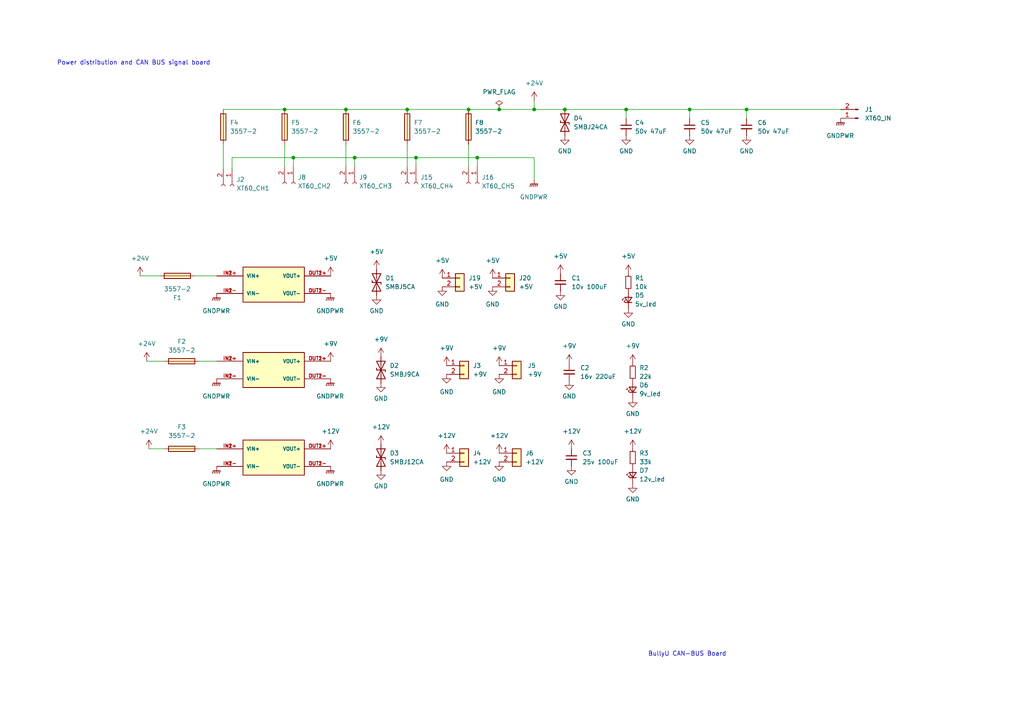
<source format=kicad_sch>
(kicad_sch (version 20211123) (generator eeschema)
  (paper "A4")
  (lib_symbols
    (symbol "Connector:Conn_01x02_Female" (pin_names (offset 1.016) hide)
      (property "Reference" "J" (at 0 2.54 0))
      (property "Value" "Conn_01x02_Female" (at 0 -5.08 0))
      (symbol "Conn_01x02_Female_1_1"
        (arc (start 0 -2.032) (mid -0.508 -2.54) (end 0 -3.048) (stroke (width 0.1524)))
        (polyline (pts (xy -1.27 -2.54) (xy -0.508 -2.54)) (stroke (width 0.1524)))
        (polyline (pts (xy -1.27 0) (xy -0.508 0)) (stroke (width 0.1524)))
        (arc (start 0 0.508) (mid -0.508 0) (end 0 -0.508) (stroke (width 0.1524)))
        (pin passive line (at -5.08 0 0) (length 3.81) (name "Pin_1") (number "1"))
        (pin passive line (at -5.08 -2.54 0) (length 3.81) (name "Pin_2") (number "2"))
      )
    )
    (symbol "Connector:Conn_01x02_Male" (pin_names (offset 1.016) hide)
      (property "Reference" "J" (at 0 2.54 0))
      (property "Value" "Conn_01x02_Male" (at 0 -5.08 0))
      (symbol "Conn_01x02_Male_1_1"
        (polyline (pts (xy 1.27 -2.54) (xy 0.8636 -2.54)) (stroke (width 0.1524)))
        (polyline (pts (xy 1.27 0) (xy 0.8636 0)) (stroke (width 0.1524)))
        (rectangle (start 0.8636 -2.413) (end 0 -2.667) (stroke (width 0.1524)) (fill (type outline)))
        (rectangle (start 0.8636 0.127) (end 0 -0.127) (stroke (width 0.1524)) (fill (type outline)))
        (pin passive line (at 5.08 0 180) (length 3.81) (name "Pin_1") (number "1"))
        (pin passive line (at 5.08 -2.54 180) (length 3.81) (name "Pin_2") (number "2"))
      )
    )
    (symbol "Device:C_Small" (pin_numbers hide) (pin_names (offset 0.254) hide)
      (property "Reference" "C" (at 0.254 1.778 0))
      (property "Value" "C_Small" (at 0.254 -2.032 0))
      (symbol "C_Small_0_1"
        (polyline (pts (xy -1.524 -0.508) (xy 1.524 -0.508)) (stroke (width 0.3302)))
        (polyline (pts (xy -1.524 0.508) (xy 1.524 0.508)) (stroke (width 0.3048)))
      )
      (symbol "C_Small_1_1"
        (pin passive line (at 0 2.54 270) (length 2.032) (name "~") (number "1"))
        (pin passive line (at 0 -2.54 90) (length 2.032) (name "~") (number "2"))
      )
    )
    (symbol "Device:D_TVS" (pin_numbers hide) (pin_names (offset 1.016) hide)
      (property "Reference" "D" (at 0 2.54 0))
      (property "Value" "D_TVS" (at 0 -2.54 0))
      (symbol "D_TVS_0_1"
        (polyline (pts (xy 1.27 0) (xy -1.27 0)))
        (polyline (pts (xy 0.508 1.27) (xy 0 1.27) (xy 0 -1.27) (xy -0.508 -1.27)) (stroke (width 0.254)))
        (polyline (pts (xy -2.54 1.27) (xy -2.54 -1.27) (xy 2.54 1.27) (xy 2.54 -1.27) (xy -2.54 1.27)) (stroke (width 0.254)))
      )
      (symbol "D_TVS_1_1"
        (pin passive line (at -3.81 0 0) (length 2.54) (name "A1") (number "1"))
        (pin passive line (at 3.81 0 180) (length 2.54) (name "A2") (number "2"))
      )
    )
    (symbol "Device:LED_Small" (pin_numbers hide) (pin_names (offset 0.254) hide)
      (property "Reference" "D" (at -1.27 3.175 0))
      (property "Value" "LED_Small" (at -4.445 -2.54 0))
      (symbol "LED_Small_0_1"
        (polyline (pts (xy -0.762 -1.016) (xy -0.762 1.016)) (stroke (width 0.254)))
        (polyline (pts (xy 1.016 0) (xy -0.762 0)))
        (polyline (pts (xy 0.762 -1.016) (xy -0.762 0) (xy 0.762 1.016) (xy 0.762 -1.016)) (stroke (width 0.254)))
        (polyline (pts (xy 0 0.762) (xy -0.508 1.27) (xy -0.254 1.27) (xy -0.508 1.27) (xy -0.508 1.016)))
        (polyline (pts (xy 0.508 1.27) (xy 0 1.778) (xy 0.254 1.778) (xy 0 1.778) (xy 0 1.524)))
      )
      (symbol "LED_Small_1_1"
        (pin passive line (at -2.54 0 0) (length 1.778) (name "K") (number "1"))
        (pin passive line (at 2.54 0 180) (length 1.778) (name "A") (number "2"))
      )
    )
    (symbol "Device:R_Small" (pin_numbers hide) (pin_names (offset 0.254) hide)
      (property "Reference" "R" (at 0.762 0.508 0))
      (property "Value" "R_Small" (at 0.762 -1.016 0))
      (symbol "R_Small_0_1"
        (rectangle (start -0.762 1.778) (end 0.762 -1.778) (stroke (width 0.2032)))
      )
      (symbol "R_Small_1_1"
        (pin passive line (at 0 2.54 270) (length 0.762) (name "~") (number "1"))
        (pin passive line (at 0 -2.54 90) (length 0.762) (name "~") (number "2"))
      )
    )
    (symbol "MP1584 Stepdown converter-cache:Connector_Generic_Conn_01x02" (pin_names (offset 1.016) hide)
      (property "Reference" "J" (at 0 2.54 0))
      (property "Value" "Connector_Generic_Conn_01x02" (at 0 -5.08 0))
      (symbol "Connector_Generic_Conn_01x02_1_1"
        (rectangle (start -1.27 -2.413) (end 0 -2.667) (stroke (width 0.1524)))
        (rectangle (start -1.27 0.127) (end 0 -0.127) (stroke (width 0.1524)))
        (rectangle (start -1.27 1.27) (end 1.27 -3.81) (stroke (width 0.254)) (fill (type background)))
        (pin passive line (at -5.08 0 0) (length 3.81) (name "Pin_1") (number "1"))
        (pin passive line (at -5.08 -2.54 0) (length 3.81) (name "Pin_2") (number "2"))
      )
    )
    (symbol "PolyuRobotics:3557-2" (pin_numbers hide) (pin_names (offset 1.016) hide)
      (property "Reference" "F" (at -3.81 1.397 0))
      (property "Value" "3557-2" (at -3.81 -2.921 0))
      (symbol "3557-2_0_0"
        (rectangle (start -3.81 -0.762) (end 3.81 0.762) (stroke (width 0.254)) (fill (type background)))
        (pin passive line (at -5.08 0 0) (length 2.54) (name "~") (number "1"))
        (pin passive line (at -2.54 0 0) (length 2.54) (name "~") (number "2"))
        (pin passive line (at 5.08 0 180) (length 2.54) (name "~") (number "2"))
        (pin passive line (at 2.54 0 180) (length 2.54) (name "~") (number "4"))
      )
    )
    (symbol "PolyuRobotics:MP1584" (pin_names (offset 1.016))
      (symbol "MP1584_0_0"
        (rectangle (start -7.62 -5.08) (end 10.16 5.08) (stroke (width 0.254)) (fill (type background)))
        (pin input line (at -15.24 2.54 0) (length 7.62) (name "VIN+") (number "IN1+"))
        (pin input line (at -15.24 -2.54 0) (length 7.62) (name "VIN-") (number "IN1-"))
        (pin input line (at -15.24 2.54 0) (length 7.62) (name "VIN+") (number "IN2+"))
        (pin input line (at -15.24 -2.54 0) (length 7.62) (name "VIN-") (number "IN2-"))
        (pin output line (at 17.78 2.54 180) (length 7.62) (name "VOUT+") (number "OUT1+"))
        (pin output line (at 17.78 -2.54 180) (length 7.62) (name "VOUT-") (number "OUT1-"))
        (pin output line (at 17.78 2.54 180) (length 7.62) (name "VOUT+") (number "OUT2+"))
        (pin output line (at 17.78 -2.54 180) (length 7.62) (name "VOUT-") (number "OUT2-"))
      )
    )
    (symbol "power:+12V" (power) (pin_names (offset 0))
      (property "Value" "+12V" (at 0 3.556 0))
      (symbol "+12V_0_1"
        (polyline (pts (xy -0.762 1.27) (xy 0 2.54)))
        (polyline (pts (xy 0 0) (xy 0 2.54)))
        (polyline (pts (xy 0 2.54) (xy 0.762 1.27)))
      )
      (symbol "+12V_1_1"
        (pin power_in line (at 0 0 90) (length 0) hide (name "+12V") (number "1"))
      )
    )
    (symbol "power:+24V" (power) (pin_names (offset 0))
      (property "Value" "+24V" (at 0 3.556 0))
      (symbol "+24V_0_1"
        (polyline (pts (xy -0.762 1.27) (xy 0 2.54)))
        (polyline (pts (xy 0 0) (xy 0 2.54)))
        (polyline (pts (xy 0 2.54) (xy 0.762 1.27)))
      )
      (symbol "+24V_1_1"
        (pin power_in line (at 0 0 90) (length 0) hide (name "+24V") (number "1"))
      )
    )
    (symbol "power:+5V" (power) (pin_names (offset 0))
      (property "Value" "+5V" (at 0 3.556 0))
      (symbol "+5V_0_1"
        (polyline (pts (xy -0.762 1.27) (xy 0 2.54)))
        (polyline (pts (xy 0 0) (xy 0 2.54)))
        (polyline (pts (xy 0 2.54) (xy 0.762 1.27)))
      )
      (symbol "+5V_1_1"
        (pin power_in line (at 0 0 90) (length 0) hide (name "+5V") (number "1"))
      )
    )
    (symbol "power:+9V" (power) (pin_names (offset 0))
      (property "Value" "+9V" (at 0 3.556 0))
      (symbol "+9V_0_1"
        (polyline (pts (xy -0.762 1.27) (xy 0 2.54)))
        (polyline (pts (xy 0 0) (xy 0 2.54)))
        (polyline (pts (xy 0 2.54) (xy 0.762 1.27)))
      )
      (symbol "+9V_1_1"
        (pin power_in line (at 0 0 90) (length 0) hide (name "+9V") (number "1"))
      )
    )
    (symbol "power:GND" (power) (pin_names (offset 0))
      (property "Value" "GND" (at 0 -3.81 0))
      (symbol "GND_0_1"
        (polyline (pts (xy 0 0) (xy 0 -1.27) (xy 1.27 -1.27) (xy 0 -2.54) (xy -1.27 -1.27) (xy 0 -1.27)))
      )
      (symbol "GND_1_1"
        (pin power_in line (at 0 0 270) (length 0) hide (name "GND") (number "1"))
      )
    )
    (symbol "power:GNDPWR" (power) (pin_names (offset 0))
      (property "Value" "GNDPWR" (at 0 -3.302 0))
      (symbol "GNDPWR_0_1"
        (polyline (pts (xy 0 -1.27) (xy 0 0)))
        (polyline (pts (xy -1.016 -1.27) (xy -1.27 -2.032) (xy -1.27 -2.032)) (stroke (width 0.2032)))
        (polyline (pts (xy -0.508 -1.27) (xy -0.762 -2.032) (xy -0.762 -2.032)) (stroke (width 0.2032)))
        (polyline (pts (xy 0 -1.27) (xy -0.254 -2.032) (xy -0.254 -2.032)) (stroke (width 0.2032)))
        (polyline (pts (xy 0.508 -1.27) (xy 0.254 -2.032) (xy 0.254 -2.032)) (stroke (width 0.2032)))
        (polyline (pts (xy 1.016 -1.27) (xy -1.016 -1.27) (xy -1.016 -1.27)) (stroke (width 0.2032)))
        (polyline (pts (xy 1.016 -1.27) (xy 0.762 -2.032) (xy 0.762 -2.032) (xy 0.762 -2.032)) (stroke (width 0.2032)))
      )
      (symbol "GNDPWR_1_1"
        (pin power_in line (at 0 0 270) (length 0) hide (name "GNDPWR") (number "1"))
      )
    )
    (symbol "power:PWR_FLAG" (power) (pin_numbers hide) (pin_names (offset 0) hide)
      (property "Value" "PWR_FLAG" (at 0 3.81 0))
      (symbol "PWR_FLAG_0_0"
        (pin power_out line (at 0 0 90) (length 0) (name "pwr") (number "1"))
      )
      (symbol "PWR_FLAG_0_1"
        (polyline (pts (xy 0 0) (xy 0 1.27) (xy -1.016 1.905) (xy 0 2.54) (xy 1.016 1.905) (xy 0 1.27)))
      )
    )
  )
  (junction (at 85.09 45.72))
  (junction (at 163.83 31.75))
  (junction (at 181.61 31.75))
  (junction (at 200.025 31.75))
  (junction (at 100.33 31.75))
  (junction (at 216.535 31.75))
  (junction (at 102.87 45.72))
  (junction (at 135.89 31.75))
  (junction (at 138.43 45.72))
  (junction (at 154.94 31.75))
  (junction (at 118.11 31.75))
  (junction (at 82.55 31.75))
  (junction (at 120.65 45.72))
  (junction (at 144.78 31.75))
  (wire (pts (xy 163.83 31.75) (xy 181.61 31.75)))
  (wire (pts (xy 56.515 80.01) (xy 62.865 80.01)))
  (wire (pts (xy 47.625 130.175) (xy 43.18 130.175)))
  (wire (pts (xy 200.025 31.75) (xy 216.535 31.75)))
  (wire (pts (xy 181.61 31.75) (xy 200.025 31.75)))
  (wire (pts (xy 120.65 45.72) (xy 120.65 48.26)))
  (wire (pts (xy 216.535 31.75) (xy 243.84 31.75)))
  (wire (pts (xy 118.11 31.75) (xy 135.89 31.75)))
  (wire (pts (xy 82.55 41.91) (xy 82.55 48.26)))
  (wire (pts (xy 216.535 31.75) (xy 216.535 34.29)))
  (wire (pts (xy 67.31 45.72) (xy 67.31 48.895)))
  (wire (pts (xy 154.94 31.75) (xy 144.78 31.75)))
  (wire (pts (xy 138.43 45.72) (xy 138.43 48.26)))
  (wire (pts (xy 118.11 41.91) (xy 118.11 48.26)))
  (wire (pts (xy 102.87 45.72) (xy 102.87 48.26)))
  (wire (pts (xy 82.55 31.75) (xy 100.33 31.75)))
  (wire (pts (xy 120.65 45.72) (xy 138.43 45.72)))
  (wire (pts (xy 102.87 45.72) (xy 120.65 45.72)))
  (wire (pts (xy 154.94 52.07) (xy 154.94 45.72)))
  (wire (pts (xy 46.355 80.01) (xy 40.64 80.01)))
  (wire (pts (xy 200.025 31.75) (xy 200.025 34.29)))
  (wire (pts (xy 154.94 29.21) (xy 154.94 31.75)))
  (wire (pts (xy 47.625 104.775) (xy 42.545 104.775)))
  (wire (pts (xy 57.785 104.775) (xy 62.865 104.775)))
  (wire (pts (xy 85.09 45.72) (xy 85.09 48.26)))
  (wire (pts (xy 100.33 31.75) (xy 118.11 31.75)))
  (wire (pts (xy 64.77 41.91) (xy 64.77 48.895)))
  (wire (pts (xy 135.89 31.75) (xy 144.78 31.75)))
  (wire (pts (xy 64.77 31.75) (xy 82.55 31.75)))
  (wire (pts (xy 135.89 41.91) (xy 135.89 48.26)))
  (wire (pts (xy 85.09 45.72) (xy 102.87 45.72)))
  (wire (pts (xy 100.33 41.91) (xy 100.33 48.26)))
  (wire (pts (xy 181.61 31.75) (xy 181.61 34.29)))
  (wire (pts (xy 57.785 130.175) (xy 62.865 130.175)))
  (wire (pts (xy 154.94 31.75) (xy 163.83 31.75)))
  (wire (pts (xy 138.43 45.72) (xy 154.94 45.72)))
  (wire (pts (xy 67.31 45.72) (xy 85.09 45.72)))
  (text "BullyU CAN-BUS Board " (at 187.96 190.5 0) (effects (font (size 1.27 1.27)) (justify left bottom)))
  (text "Power distribution and CAN BUS signal board\n" (at 16.51 19.05 0) (effects (font (size 1.27 1.27)) (justify left bottom)))
  (symbol (lib_id "power:GND") (at 144.78 133.985 0) (unit 1)
    (property "Reference" "#PWR0136" (effects hide))
    (property "Value" "GND" (at 144.78 139.065 0))
  )
  (symbol (lib_id "power:GNDPWR") (at 95.885 85.09 0) (unit 1)
    (property "Reference" "#PWR0116" (effects hide))
    (property "Value" "GNDPWR" (at 95.758 90.17 0))
  )
  (symbol (lib_id "power:GND") (at 165.1 110.49 0) (unit 1)
    (property "Reference" "#PWR0142" (effects hide))
    (property "Value" "GND" (at 165.1 114.935 0))
  )
  (symbol (lib_id "PolyuRobotics:MP1584") (at 78.105 107.315 0) (unit 1)
    (property "Reference" "U1" (effects hide))
    (property "Value" "MP1584" (effects hide))
    (property "Footprint" "PolyuRobotics:DC-DC-mp1584_module" (effects hide))
  )
  (symbol (lib_id "power:+12V") (at 129.54 131.445 0) (unit 1)
    (property "Reference" "#PWR0133" (effects hide))
    (property "Value" "+12V" (at 129.54 126.365 0))
  )
  (symbol (lib_id "Device:C_Small") (at 165.735 132.715 0) (unit 1)
    (property "Reference" "C3" (at 168.91 131.4512 0) (effects (justify left)))
    (property "Value" "25v 100uF" (at 168.91 133.9912 0) (effects (justify left)))
    (property "Footprint" "Capacitor_SMD:C_Elec_6.3x7.7" (effects hide))
  )
  (symbol (lib_id "power:GND") (at 128.27 83.185 0) (unit 1)
    (property "Reference" "#PWR0117" (effects hide))
    (property "Value" "GND" (at 128.27 88.265 0))
  )
  (symbol (lib_id "power:+24V") (at 43.18 130.175 0) (unit 1)
    (property "Reference" "#PWR0121" (effects hide))
    (property "Value" "+24V" (at 43.18 125.095 0))
  )
  (symbol (lib_id "power:+9V") (at 110.49 103.505 0) (unit 1)
    (property "Reference" "#PWR0124" (effects hide))
    (property "Value" "+9V" (at 110.49 98.425 0))
  )
  (symbol (lib_id "power:GND") (at 144.78 108.585 0) (unit 1)
    (property "Reference" "#PWR0130" (effects hide))
    (property "Value" "GND" (at 144.78 113.665 0))
  )
  (symbol (lib_id "Device:D_TVS") (at 109.22 81.915 90) (unit 1)
    (property "Reference" "D1" (at 111.76 80.6449 90) (effects (justify right)))
    (property "Value" "SMBJ5CA" (at 111.76 83.1849 90) (effects (justify right)))
    (property "Footprint" "Diode_SMD:D_SMB" (effects hide))
  )
  (symbol (lib_id "power:GND") (at 165.735 135.255 0) (unit 1)
    (property "Reference" "#PWR0139" (effects hide))
    (property "Value" "GND" (at 165.735 139.7 0))
  )
  (symbol (lib_id "power:GND") (at 129.54 108.585 0) (unit 1)
    (property "Reference" "#PWR0129" (effects hide))
    (property "Value" "GND" (at 129.54 113.665 0))
  )
  (symbol (lib_id "power:GND") (at 200.025 39.37 0) (unit 1)
    (property "Reference" "#PWR0107" (effects hide))
    (property "Value" "GND" (at 200.025 43.815 0))
  )
  (symbol (lib_id "power:+9V") (at 183.515 105.41 0) (unit 1)
    (property "Reference" "#PWR0146" (effects hide))
    (property "Value" "+9V" (at 183.515 100.33 0))
  )
  (symbol (lib_id "power:GND") (at 183.515 140.335 0) (unit 1)
    (property "Reference" "#PWR0149" (effects hide))
    (property "Value" "GND" (at 183.515 144.78 0))
  )
  (symbol (lib_id "Device:C_Small") (at 162.56 81.915 0) (unit 1)
    (property "Reference" "C1" (at 165.735 80.6512 0) (effects (justify left)))
    (property "Value" "10v 100uF" (at 165.735 83.1912 0) (effects (justify left)))
    (property "Footprint" "Capacitor_SMD:C_Elec_5x5.4" (effects hide))
  )
  (symbol (lib_id "PolyuRobotics:3557-2") (at 135.89 36.83 90) (unit 1)
    (property "Reference" "F8" (at 137.795 35.5599 90) (effects (justify right)))
    (property "Value" "3557-2" (at 137.795 38.0999 90) (effects (justify right)))
    (property "Footprint" "PolyuRobotics:FUSE_3557-2" (effects hide))
    (property "MANUFACTURER" "KEYSTONE" (effects hide))
  )
  (symbol (lib_id "power:+12V") (at 183.515 130.175 0) (unit 1)
    (property "Reference" "#PWR0148" (effects hide))
    (property "Value" "+12V" (at 183.515 125.095 0))
  )
  (symbol (lib_id "power:GNDPWR") (at 95.885 135.255 0) (unit 1)
    (property "Reference" "#PWR0122" (effects hide))
    (property "Value" "GNDPWR" (at 95.758 140.335 0))
  )
  (symbol (lib_id "power:+9V") (at 165.1 105.41 0) (unit 1)
    (property "Reference" "#PWR0143" (effects hide))
    (property "Value" "+9V" (at 165.1 100.33 0))
  )
  (symbol (lib_id "Device:D_TVS") (at 163.83 35.56 90) (unit 1)
    (property "Reference" "D4" (at 166.37 34.2899 90) (effects (justify right)))
    (property "Value" "SMBJ24CA" (at 166.37 36.8299 90) (effects (justify right)))
    (property "Footprint" "Diode_SMD:D_SMB" (effects hide))
  )
  (symbol (lib_id "PolyuRobotics:MP1584") (at 78.105 132.715 0) (unit 1)
    (property "Reference" "U2" (effects hide))
    (property "Value" "MP1584" (effects hide))
    (property "Footprint" "PolyuRobotics:DC-DC-mp1584_module" (effects hide))
  )
  (symbol (lib_id "MP1584 Stepdown converter-cache:Connector_Generic_Conn_01x02") (at 134.62 106.045 0) (unit 1)
    (property "Reference" "J3" (at 137.16 106.0449 0) (effects (justify left)))
    (property "Value" "+9V" (at 137.16 108.5849 0) (effects (justify left)))
    (property "Footprint" "Connector_Molex:Molex_Micro-Fit_3.0_43045-0212_2x01_P3.00mm_Vertical" (effects hide))
  )
  (symbol (lib_id "power:GNDPWR") (at 95.885 109.855 0) (unit 1)
    (property "Reference" "#PWR0123" (effects hide))
    (property "Value" "GNDPWR" (at 95.758 114.935 0))
  )
  (symbol (lib_id "Connector:Conn_01x02_Female") (at 102.87 53.34 270) (unit 1)
    (property "Reference" "J9" (at 104.14 51.4349 90) (effects (justify left)))
    (property "Value" "XT60_CH3" (at 104.14 53.9749 90) (effects (justify left)))
    (property "Footprint" "Connector_AMASS:AMASS_XT60-F_1x02_P7.20mm_Vertical" (effects hide))
  )
  (symbol (lib_id "Connector:Conn_01x02_Female") (at 67.31 53.975 270) (unit 1)
    (property "Reference" "J2" (at 68.58 52.0699 90) (effects (justify left)))
    (property "Value" "XT60_CH1" (at 68.58 54.6099 90) (effects (justify left)))
    (property "Footprint" "Connector_AMASS:AMASS_XT60-F_1x02_P7.20mm_Vertical" (effects hide))
  )
  (symbol (lib_id "power:+24V") (at 154.94 29.21 0) (unit 1)
    (property "Reference" "#PWR0102" (effects hide))
    (property "Value" "+24V" (at 154.94 24.13 0))
  )
  (symbol (lib_id "Device:R_Small") (at 182.245 81.915 0) (unit 1)
    (property "Reference" "R1" (at 184.15 80.6449 0) (effects (justify left)))
    (property "Value" "10k" (at 184.15 83.1849 0) (effects (justify left)))
    (property "Footprint" "Resistor_SMD:R_0805_2012Metric_Pad1.20x1.40mm_HandSolder" (effects hide))
  )
  (symbol (lib_id "power:+9V") (at 129.54 106.045 0) (unit 1)
    (property "Reference" "#PWR0132" (effects hide))
    (property "Value" "+9V" (at 129.54 100.965 0))
  )
  (symbol (lib_id "power:+5V") (at 128.27 80.645 0) (unit 1)
    (property "Reference" "#PWR0127" (effects hide))
    (property "Value" "+5V" (at 128.27 75.565 0))
  )
  (symbol (lib_id "PolyuRobotics:MP1584") (at 78.105 82.55 0) (unit 1)
    (property "Reference" "U3" (effects hide))
    (property "Value" "MP1584" (effects hide))
    (property "Footprint" "PolyuRobotics:DC-DC-mp1584_module" (effects hide))
  )
  (symbol (lib_id "MP1584 Stepdown converter-cache:Connector_Generic_Conn_01x02") (at 147.955 80.645 0) (unit 1)
    (property "Reference" "J20" (at 150.495 80.6449 0) (effects (justify left)))
    (property "Value" "+5V" (at 150.495 83.1849 0) (effects (justify left)))
    (property "Footprint" "Connector_Molex:Molex_Micro-Fit_3.0_43045-0212_2x01_P3.00mm_Vertical" (effects hide))
  )
  (symbol (lib_id "power:GND") (at 142.875 83.185 0) (unit 1)
    (property "Reference" "#PWR0119" (effects hide))
    (property "Value" "GND" (at 142.875 88.265 0))
  )
  (symbol (lib_id "power:+5V") (at 182.245 79.375 0) (unit 1)
    (property "Reference" "#PWR0144" (effects hide))
    (property "Value" "+5V" (at 182.245 74.295 0))
  )
  (symbol (lib_id "Device:LED_Small") (at 183.515 113.03 90) (unit 1)
    (property "Reference" "D6" (at 185.42 111.6964 90) (effects (justify right)))
    (property "Value" "9v_led" (at 185.42 114.2364 90) (effects (justify right)))
    (property "Footprint" "LED_SMD:LED_0805_2012Metric_Pad1.15x1.40mm_HandSolder" (effects hide))
  )
  (symbol (lib_id "power:+24V") (at 42.545 104.775 0) (unit 1)
    (property "Reference" "#PWR0112" (effects hide))
    (property "Value" "+24V" (at 42.545 99.695 0))
  )
  (symbol (lib_id "power:GND") (at 110.49 136.525 0) (unit 1)
    (property "Reference" "#PWR0134" (effects hide))
    (property "Value" "GND" (at 110.49 140.97 0))
  )
  (symbol (lib_id "PolyuRobotics:3557-2") (at 118.11 36.83 90) (unit 1)
    (property "Reference" "F7" (at 120.015 35.5599 90) (effects (justify right)))
    (property "Value" "3557-2" (at 120.015 38.0999 90) (effects (justify right)))
    (property "Footprint" "PolyuRobotics:FUSE_3557-2" (effects hide))
    (property "MANUFACTURER" "KEYSTONE" (effects hide))
  )
  (symbol (lib_id "power:GND") (at 109.22 85.725 0) (unit 1)
    (property "Reference" "#PWR0114" (effects hide))
    (property "Value" "GND" (at 109.22 90.17 0))
  )
  (symbol (lib_id "power:GND") (at 181.61 39.37 0) (unit 1)
    (property "Reference" "#PWR0106" (effects hide))
    (property "Value" "GND" (at 181.61 43.815 0))
  )
  (symbol (lib_id "Device:C_Small") (at 216.535 36.83 0) (unit 1)
    (property "Reference" "C6" (at 219.71 35.5662 0) (effects (justify left)))
    (property "Value" "50v 47uF" (at 219.71 38.1062 0) (effects (justify left)))
    (property "Footprint" "Capacitor_SMD:C_Elec_6.3x7.7" (effects hide))
  )
  (symbol (lib_id "power:+12V") (at 165.735 130.175 0) (unit 1)
    (property "Reference" "#PWR0138" (effects hide))
    (property "Value" "+12V" (at 165.735 125.095 0))
  )
  (symbol (lib_id "MP1584 Stepdown converter-cache:Connector_Generic_Conn_01x02") (at 134.62 131.445 0) (unit 1)
    (property "Reference" "J4" (at 137.16 131.4449 0) (effects (justify left)))
    (property "Value" "+12V" (at 137.16 133.9849 0) (effects (justify left)))
    (property "Footprint" "Connector_Molex:Molex_Micro-Fit_3.0_43045-0212_2x01_P3.00mm_Vertical" (effects hide))
  )
  (symbol (lib_id "power:GND") (at 182.245 89.535 0) (unit 1)
    (property "Reference" "#PWR0145" (effects hide))
    (property "Value" "GND" (at 182.245 93.98 0))
  )
  (symbol (lib_id "Connector:Conn_01x02_Male") (at 248.92 34.29 180) (unit 1)
    (property "Reference" "J1" (at 250.825 31.7499 0) (effects (justify right)))
    (property "Value" "XT60_IN" (at 250.825 34.2899 0) (effects (justify right)))
    (property "Footprint" "Connector_AMASS:AMASS_XT60-M_1x02_P7.20mm_Vertical" (effects hide))
  )
  (symbol (lib_id "power:+12V") (at 110.49 128.905 0) (unit 1)
    (property "Reference" "#PWR0126" (effects hide))
    (property "Value" "+12V" (at 110.49 123.825 0))
  )
  (symbol (lib_id "power:GND") (at 110.49 111.125 0) (unit 1)
    (property "Reference" "#PWR0125" (effects hide))
    (property "Value" "GND" (at 110.49 115.57 0))
  )
  (symbol (lib_id "Device:C_Small") (at 165.1 107.95 0) (unit 1)
    (property "Reference" "C2" (at 168.275 106.6862 0) (effects (justify left)))
    (property "Value" "16v 220uF" (at 168.275 109.2262 0) (effects (justify left)))
    (property "Footprint" "Capacitor_SMD:C_Elec_6.3x7.7" (effects hide))
  )
  (symbol (lib_id "Device:D_TVS") (at 110.49 132.715 90) (unit 1)
    (property "Reference" "D3" (at 113.03 131.4449 90) (effects (justify right)))
    (property "Value" "SMBJ12CA" (at 113.03 133.9849 90) (effects (justify right)))
    (property "Footprint" "Diode_SMD:D_SMB" (effects hide))
  )
  (symbol (lib_id "power:+12V") (at 144.78 131.445 0) (unit 1)
    (property "Reference" "#PWR0137" (effects hide))
    (property "Value" "+12V" (at 144.78 126.365 0))
  )
  (symbol (lib_id "PolyuRobotics:3557-2") (at 82.55 36.83 90) (unit 1)
    (property "Reference" "F5" (at 84.455 35.5599 90) (effects (justify right)))
    (property "Value" "3557-2" (at 84.455 38.0999 90) (effects (justify right)))
    (property "Footprint" "PolyuRobotics:FUSE_3557-2" (effects hide))
    (property "MANUFACTURER" "KEYSTONE" (effects hide))
  )
  (symbol (lib_id "Connector:Conn_01x02_Female") (at 85.09 53.34 270) (unit 1)
    (property "Reference" "J8" (at 86.36 51.4349 90) (effects (justify left)))
    (property "Value" "XT60_CH2" (at 86.36 53.9749 90) (effects (justify left)))
    (property "Footprint" "Connector_AMASS:AMASS_XT60-F_1x02_P7.20mm_Vertical" (effects hide))
  )
  (symbol (lib_id "power:GND") (at 129.54 133.985 0) (unit 1)
    (property "Reference" "#PWR0135" (effects hide))
    (property "Value" "GND" (at 129.54 139.065 0))
  )
  (symbol (lib_id "PolyuRobotics:3557-2") (at 52.705 104.775 180) (unit 1)
    (property "Reference" "F2" (at 52.705 99.06 0))
    (property "Value" "3557-2" (at 52.705 101.6 0))
    (property "Footprint" "PolyuRobotics:FUSE_3557-2" (effects hide))
    (property "MANUFACTURER" "KEYSTONE" (effects hide))
  )
  (symbol (lib_id "Device:R_Small") (at 183.515 107.95 0) (unit 1)
    (property "Reference" "R2" (at 185.42 106.6799 0) (effects (justify left)))
    (property "Value" "22k" (at 185.42 109.2199 0) (effects (justify left)))
    (property "Footprint" "Resistor_SMD:R_0805_2012Metric_Pad1.20x1.40mm_HandSolder" (effects hide))
  )
  (symbol (lib_id "PolyuRobotics:3557-2") (at 100.33 36.83 90) (unit 1)
    (property "Reference" "F6" (at 102.235 35.5599 90) (effects (justify right)))
    (property "Value" "3557-2" (at 102.235 38.0999 90) (effects (justify right)))
    (property "Footprint" "PolyuRobotics:FUSE_3557-2" (effects hide))
    (property "MANUFACTURER" "KEYSTONE" (effects hide))
  )
  (symbol (lib_id "MP1584 Stepdown converter-cache:Connector_Generic_Conn_01x02") (at 149.86 131.445 0) (unit 1)
    (property "Reference" "J6" (at 152.4 131.4449 0) (effects (justify left)))
    (property "Value" "+12V" (at 152.4 133.9849 0) (effects (justify left)))
    (property "Footprint" "Connector_Molex:Molex_Micro-Fit_3.0_43045-0212_2x01_P3.00mm_Vertical" (effects hide))
  )
  (symbol (lib_id "power:GNDPWR") (at 62.865 109.855 0) (unit 1)
    (property "Reference" "#PWR0111" (effects hide))
    (property "Value" "GNDPWR" (at 62.738 114.935 0))
  )
  (symbol (lib_id "power:+24V") (at 40.64 80.01 0) (unit 1)
    (property "Reference" "#PWR0109" (effects hide))
    (property "Value" "+24V" (at 40.64 74.93 0))
  )
  (symbol (lib_id "Device:LED_Small") (at 183.515 137.795 90) (unit 1)
    (property "Reference" "D7" (at 185.42 136.4614 90) (effects (justify right)))
    (property "Value" "12v_led" (at 185.42 139.0014 90) (effects (justify right)))
    (property "Footprint" "LED_SMD:LED_0805_2012Metric_Pad1.15x1.40mm_HandSolder" (effects hide))
  )
  (symbol (lib_id "Connector:Conn_01x02_Female") (at 138.43 53.34 270) (unit 1)
    (property "Reference" "J16" (at 139.7 51.4349 90) (effects (justify left)))
    (property "Value" "XT60_CH5" (at 139.7 53.9749 90) (effects (justify left)))
    (property "Footprint" "Connector_AMASS:AMASS_XT60-F_1x02_P7.20mm_Vertical" (effects hide))
  )
  (symbol (lib_id "power:GND") (at 216.535 39.37 0) (unit 1)
    (property "Reference" "#PWR0105" (effects hide))
    (property "Value" "GND" (at 216.535 43.815 0))
  )
  (symbol (lib_id "power:+5V") (at 109.22 78.105 0) (unit 1)
    (property "Reference" "#PWR0108" (effects hide))
    (property "Value" "+5V" (at 109.22 73.025 0))
  )
  (symbol (lib_id "power:GNDPWR") (at 62.865 85.09 0) (unit 1)
    (property "Reference" "#PWR0115" (effects hide))
    (property "Value" "GNDPWR" (at 62.738 90.17 0))
  )
  (symbol (lib_id "power:+12V") (at 95.885 130.175 0) (unit 1)
    (property "Reference" "#PWR0118" (effects hide))
    (property "Value" "+12V" (at 95.885 125.095 0))
  )
  (symbol (lib_id "power:+5V") (at 142.875 80.645 0) (unit 1)
    (property "Reference" "#PWR0128" (effects hide))
    (property "Value" "+5V" (at 142.875 75.565 0))
  )
  (symbol (lib_id "power:GND") (at 163.83 39.37 0) (unit 1)
    (property "Reference" "#PWR0103" (effects hide))
    (property "Value" "GND" (at 163.83 43.815 0))
  )
  (symbol (lib_id "power:GNDPWR") (at 243.84 34.29 0) (unit 1)
    (property "Reference" "#PWR0104" (effects hide))
    (property "Value" "GNDPWR" (at 243.713 39.37 0))
  )
  (symbol (lib_id "PolyuRobotics:3557-2") (at 64.77 36.83 90) (unit 1)
    (property "Reference" "F4" (at 66.675 35.5599 90) (effects (justify right)))
    (property "Value" "3557-2" (at 66.675 38.0999 90) (effects (justify right)))
    (property "Footprint" "PolyuRobotics:FUSE_3557-2" (effects hide))
    (property "MANUFACTURER" "KEYSTONE" (effects hide))
  )
  (symbol (lib_id "power:GNDPWR") (at 154.94 52.07 0) (unit 1)
    (property "Reference" "#PWR0101" (effects hide))
    (property "Value" "GNDPWR" (at 154.813 57.15 0))
  )
  (symbol (lib_id "Device:R_Small") (at 183.515 132.715 0) (unit 1)
    (property "Reference" "R3" (at 185.42 131.4449 0) (effects (justify left)))
    (property "Value" "33k" (at 185.42 133.9849 0) (effects (justify left)))
    (property "Footprint" "Resistor_SMD:R_0805_2012Metric_Pad1.20x1.40mm_HandSolder" (effects hide))
  )
  (symbol (lib_id "power:+9V") (at 144.78 106.045 0) (unit 1)
    (property "Reference" "#PWR0131" (effects hide))
    (property "Value" "+9V" (at 144.78 100.965 0))
  )
  (symbol (lib_id "Device:C_Small") (at 181.61 36.83 0) (unit 1)
    (property "Reference" "C4" (at 184.15 35.5662 0) (effects (justify left)))
    (property "Value" "50v 47uF" (at 184.15 38.1062 0) (effects (justify left)))
    (property "Footprint" "Capacitor_SMD:C_Elec_6.3x7.7" (effects hide))
  )
  (symbol (lib_id "PolyuRobotics:3557-2") (at 52.705 130.175 180) (unit 1)
    (property "Reference" "F3" (at 52.705 123.825 0))
    (property "Value" "3557-2" (at 52.705 126.365 0))
    (property "Footprint" "PolyuRobotics:FUSE_3557-2" (effects hide))
    (property "MANUFACTURER" "KEYSTONE" (effects hide))
  )
  (symbol (lib_id "power:GND") (at 183.515 115.57 0) (unit 1)
    (property "Reference" "#PWR0147" (effects hide))
    (property "Value" "GND" (at 183.515 120.015 0))
  )
  (symbol (lib_id "power:PWR_FLAG") (at 144.78 31.75 0) (unit 1)
    (property "Reference" "#FLG0101" (effects hide))
    (property "Value" "PWR_FLAG" (at 144.78 26.67 0))
  )
  (symbol (lib_id "power:+5V") (at 95.885 80.01 0) (unit 1)
    (property "Reference" "#PWR0110" (effects hide))
    (property "Value" "+5V" (at 95.885 74.93 0))
  )
  (symbol (lib_id "power:+5V") (at 162.56 79.375 0) (unit 1)
    (property "Reference" "#PWR0141" (effects hide))
    (property "Value" "+5V" (at 162.56 74.295 0))
  )
  (symbol (lib_id "power:GND") (at 162.56 84.455 0) (unit 1)
    (property "Reference" "#PWR0140" (effects hide))
    (property "Value" "GND" (at 162.56 88.9 0))
  )
  (symbol (lib_id "MP1584 Stepdown converter-cache:Connector_Generic_Conn_01x02") (at 133.35 80.645 0) (unit 1)
    (property "Reference" "J19" (at 135.89 80.6449 0) (effects (justify left)))
    (property "Value" "+5V" (at 135.89 83.1849 0) (effects (justify left)))
    (property "Footprint" "Connector_Molex:Molex_Micro-Fit_3.0_43045-0212_2x01_P3.00mm_Vertical" (effects hide))
  )
  (symbol (lib_id "MP1584 Stepdown converter-cache:Connector_Generic_Conn_01x02") (at 149.86 106.045 0) (unit 1)
    (property "Reference" "J5" (at 153.035 106.0449 0) (effects (justify left)))
    (property "Value" "+9V" (at 153.035 108.5849 0) (effects (justify left)))
    (property "Footprint" "Connector_Molex:Molex_Micro-Fit_3.0_43045-0212_2x01_P3.00mm_Vertical" (effects hide))
  )
  (symbol (lib_id "Device:LED_Small") (at 182.245 86.995 90) (unit 1)
    (property "Reference" "D5" (at 184.15 85.6614 90) (effects (justify right)))
    (property "Value" "5v_led" (at 184.15 88.2014 90) (effects (justify right)))
    (property "Footprint" "LED_SMD:LED_0805_2012Metric_Pad1.15x1.40mm_HandSolder" (effects hide))
  )
  (symbol (lib_id "Device:C_Small") (at 200.025 36.83 0) (unit 1)
    (property "Reference" "C5" (at 203.2 35.5662 0) (effects (justify left)))
    (property "Value" "50v 47uF" (at 203.2 38.1062 0) (effects (justify left)))
    (property "Footprint" "Capacitor_SMD:C_Elec_6.3x7.7" (effects hide))
  )
  (symbol (lib_id "power:+9V") (at 95.885 104.775 0) (unit 1)
    (property "Reference" "#PWR0113" (effects hide))
    (property "Value" "+9V" (at 95.885 99.695 0))
  )
  (symbol (lib_id "PolyuRobotics:3557-2") (at 51.435 80.01 180) (unit 1)
    (property "Reference" "F1" (at 51.435 86.36 0))
    (property "Value" "3557-2" (at 51.435 83.82 0))
    (property "Footprint" "PolyuRobotics:FUSE_3557-2" (effects hide))
    (property "MANUFACTURER" "KEYSTONE" (effects hide))
  )
  (symbol (lib_id "Device:D_TVS") (at 110.49 107.315 90) (unit 1)
    (property "Reference" "D2" (at 113.03 106.0449 90) (effects (justify right)))
    (property "Value" "SMBJ9CA" (at 113.03 108.5849 90) (effects (justify right)))
    (property "Footprint" "Diode_SMD:D_SMB" (effects hide))
  )
  (symbol (lib_id "power:GNDPWR") (at 62.865 135.255 0) (unit 1)
    (property "Reference" "#PWR0120" (effects hide))
    (property "Value" "GNDPWR" (at 62.738 140.335 0))
  )
  (symbol (lib_id "Connector:Conn_01x02_Female") (at 120.65 53.34 270) (unit 1)
    (property "Reference" "J15" (at 121.92 51.4349 90) (effects (justify left)))
    (property "Value" "XT60_CH4" (at 121.92 53.9749 90) (effects (justify left)))
    (property "Footprint" "Connector_AMASS:AMASS_XT60-F_1x02_P7.20mm_Vertical" (effects hide))
  )
)
</source>
